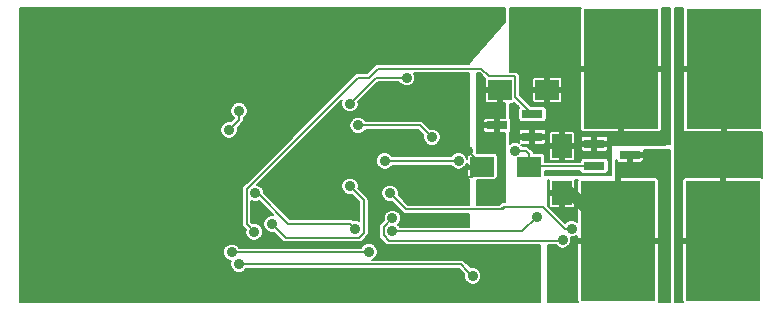
<source format=gbl>
G04 #@! TF.FileFunction,Copper,L2,Bot,Signal*
%FSLAX46Y46*%
G04 Gerber Fmt 4.6, Leading zero omitted, Abs format (unit mm)*
G04 Created by KiCad (PCBNEW (2015-01-16 BZR 5376)-product) date 3/7/2015 9:36:40 PM*
%MOMM*%
G01*
G04 APERTURE LIST*
%ADD10C,0.149860*%
%ADD11R,2.000000X1.700000*%
%ADD12R,1.700000X2.000000*%
%ADD13R,1.800860X0.800100*%
%ADD14R,6.350000X10.160000*%
%ADD15C,0.889000*%
%ADD16C,0.203200*%
%ADD17C,1.016000*%
%ADD18C,0.177800*%
G04 APERTURE END LIST*
D10*
D11*
X264700000Y-136050000D03*
X260700000Y-136050000D03*
X259200000Y-142550000D03*
X263200000Y-142550000D03*
D12*
X265950000Y-140800000D03*
X265950000Y-144800000D03*
D13*
X263451140Y-138100000D03*
X263451140Y-140000000D03*
X260448860Y-139050000D03*
X268698860Y-142500000D03*
X268698860Y-140600000D03*
X271701140Y-141550000D03*
D14*
X279590000Y-148800000D03*
X270700000Y-148800000D03*
X279640000Y-134300000D03*
X270960000Y-134300000D03*
D15*
X258000000Y-141200000D03*
X242400000Y-136800000D03*
X251000000Y-140000000D03*
X254800000Y-144200000D03*
X236400000Y-140000000D03*
X279600000Y-141800000D03*
X221800000Y-131200000D03*
X238600000Y-137800000D03*
X237770158Y-139429842D03*
X241400000Y-147400000D03*
X248000000Y-144200000D03*
X251600000Y-148000000D03*
X263800000Y-146800000D03*
X251400000Y-144800000D03*
X266800000Y-147800000D03*
X251600000Y-146907797D03*
X266000000Y-148743298D03*
X248449310Y-147800000D03*
X240000000Y-144800000D03*
X250950000Y-142050000D03*
X257200000Y-142050000D03*
X254950000Y-140050000D03*
X248700000Y-139050000D03*
X239895503Y-148055187D03*
X260400000Y-144200000D03*
X260389490Y-145399991D03*
X249600000Y-149729111D03*
X238000000Y-149800000D03*
X262000000Y-141200000D03*
X238600000Y-150800000D03*
X258400000Y-151800000D03*
X252800000Y-135000000D03*
X248000000Y-137200000D03*
D16*
X259200000Y-142550000D02*
X259950000Y-142550000D01*
X259200000Y-142400000D02*
X258000000Y-141200000D01*
X259200000Y-142550000D02*
X259200000Y-142400000D01*
X258350000Y-143400000D02*
X259200000Y-142550000D01*
X254800000Y-144200000D02*
X255600000Y-143400000D01*
X255600000Y-143400000D02*
X258350000Y-143400000D01*
X279590000Y-141810000D02*
X279600000Y-141800000D01*
X279590000Y-148800000D02*
X279590000Y-141810000D01*
X238600000Y-138600000D02*
X237770158Y-139429842D01*
X238600000Y-137800000D02*
X238600000Y-138600000D01*
X249198611Y-145398611D02*
X248000000Y-144200000D01*
X249198611Y-148159665D02*
X249198611Y-145398611D01*
X248808975Y-148549301D02*
X249198611Y-148159665D01*
X242549301Y-148549301D02*
X248808975Y-148549301D01*
X241400000Y-147400000D02*
X242549301Y-148549301D01*
X252228617Y-148000000D02*
X251600000Y-148000000D01*
X263800000Y-146800000D02*
X262600000Y-148000000D01*
X262600000Y-148000000D02*
X252228617Y-148000000D01*
X264320684Y-145949301D02*
X266171383Y-147800000D01*
X260759665Y-146149301D02*
X260959665Y-145949301D01*
X266171383Y-147800000D02*
X266800000Y-147800000D01*
X251400000Y-144800000D02*
X252749301Y-146149301D01*
X260921859Y-146149301D02*
X252749301Y-146149301D01*
X260959665Y-145949301D02*
X261121859Y-145949301D01*
X261121859Y-145949301D02*
X260921859Y-146149301D01*
X261121859Y-145949301D02*
X264320684Y-145949301D01*
X265943997Y-148799301D02*
X266000000Y-148743298D01*
X251290335Y-148799301D02*
X265943997Y-148799301D01*
X250850699Y-148359665D02*
X251290335Y-148799301D01*
X250850699Y-147657098D02*
X250850699Y-148359665D01*
X251600000Y-146907797D02*
X250850699Y-147657098D01*
X248004811Y-147355501D02*
X242755501Y-147355501D01*
X248449310Y-147800000D02*
X248004811Y-147355501D01*
X240200000Y-144800000D02*
X240000000Y-144800000D01*
X242755501Y-147355501D02*
X240200000Y-144800000D01*
X257200000Y-142050000D02*
X250950000Y-142050000D01*
X254950000Y-140050000D02*
X253950000Y-139050000D01*
X253950000Y-139050000D02*
X248700000Y-139050000D01*
X262004801Y-136653661D02*
X262004801Y-134956159D01*
X262004801Y-134956159D02*
X261943841Y-134895199D01*
X248691034Y-135000000D02*
X239250699Y-144440335D01*
X239250699Y-144440335D02*
X239250699Y-147410383D01*
X239250699Y-147410383D02*
X239895503Y-148055187D01*
X263451140Y-138100000D02*
X262004801Y-136653661D01*
X259138064Y-134250699D02*
X259782564Y-134895199D01*
X250374551Y-134250699D02*
X259138064Y-134250699D01*
X249625250Y-135000000D02*
X250374551Y-134250699D01*
X248691034Y-135000000D02*
X249625250Y-135000000D01*
X261943841Y-134895199D02*
X259782564Y-134895199D01*
X263250000Y-142500000D02*
X263200000Y-142550000D01*
X268698860Y-142500000D02*
X263250000Y-142500000D01*
X249529111Y-149800000D02*
X249600000Y-149729111D01*
X238000000Y-149800000D02*
X249529111Y-149800000D01*
X262903200Y-141200000D02*
X262628617Y-141200000D01*
X263200000Y-142550000D02*
X263200000Y-141496800D01*
X262628617Y-141200000D02*
X262000000Y-141200000D01*
X263200000Y-141496800D02*
X262903200Y-141200000D01*
D17*
X266700000Y-144800000D02*
X270700000Y-148800000D01*
X265950000Y-144800000D02*
X266700000Y-144800000D01*
D16*
X257955501Y-151355501D02*
X258400000Y-151800000D01*
X238600000Y-150800000D02*
X257400000Y-150800000D01*
X257400000Y-150800000D02*
X257955501Y-151355501D01*
X250200000Y-135000000D02*
X248000000Y-137200000D01*
X252800000Y-135000000D02*
X250200000Y-135000000D01*
D18*
G36*
X282861100Y-143471132D02*
X282818050Y-143453300D01*
X279821775Y-143453300D01*
X279755100Y-143519975D01*
X279755100Y-148634900D01*
X279775100Y-148634900D01*
X279775100Y-148965100D01*
X279755100Y-148965100D01*
X279755100Y-148985100D01*
X279474900Y-148985100D01*
X279474900Y-139580025D01*
X279474900Y-134465100D01*
X276264975Y-134465100D01*
X276198300Y-134531775D01*
X276198300Y-139326950D01*
X276198300Y-139433050D01*
X276238903Y-139531073D01*
X276313927Y-139606097D01*
X276411950Y-139646700D01*
X279408225Y-139646700D01*
X279474900Y-139580025D01*
X279474900Y-148985100D01*
X279424900Y-148985100D01*
X279424900Y-148965100D01*
X279424900Y-148634900D01*
X279424900Y-143519975D01*
X279358225Y-143453300D01*
X276361950Y-143453300D01*
X276263927Y-143493903D01*
X276188903Y-143568927D01*
X276148300Y-143666950D01*
X276148300Y-143773050D01*
X276148300Y-148568225D01*
X276214975Y-148634900D01*
X279424900Y-148634900D01*
X279424900Y-148965100D01*
X276214975Y-148965100D01*
X276148300Y-149031775D01*
X276148300Y-153826950D01*
X276148300Y-153933050D01*
X276159918Y-153961100D01*
X275538900Y-153961100D01*
X275538900Y-129138900D01*
X276209918Y-129138900D01*
X276198300Y-129166950D01*
X276198300Y-129273050D01*
X276198300Y-134068225D01*
X276264975Y-134134900D01*
X279474900Y-134134900D01*
X279474900Y-134114900D01*
X279805100Y-134114900D01*
X279805100Y-134134900D01*
X279825100Y-134134900D01*
X279825100Y-134465100D01*
X279805100Y-134465100D01*
X279805100Y-139580025D01*
X279871775Y-139646700D01*
X282861100Y-139646700D01*
X282861100Y-143471132D01*
X282861100Y-143471132D01*
G37*
X282861100Y-143471132D02*
X282818050Y-143453300D01*
X279821775Y-143453300D01*
X279755100Y-143519975D01*
X279755100Y-148634900D01*
X279775100Y-148634900D01*
X279775100Y-148965100D01*
X279755100Y-148965100D01*
X279755100Y-148985100D01*
X279474900Y-148985100D01*
X279474900Y-139580025D01*
X279474900Y-134465100D01*
X276264975Y-134465100D01*
X276198300Y-134531775D01*
X276198300Y-139326950D01*
X276198300Y-139433050D01*
X276238903Y-139531073D01*
X276313927Y-139606097D01*
X276411950Y-139646700D01*
X279408225Y-139646700D01*
X279474900Y-139580025D01*
X279474900Y-148985100D01*
X279424900Y-148985100D01*
X279424900Y-148965100D01*
X279424900Y-148634900D01*
X279424900Y-143519975D01*
X279358225Y-143453300D01*
X276361950Y-143453300D01*
X276263927Y-143493903D01*
X276188903Y-143568927D01*
X276148300Y-143666950D01*
X276148300Y-143773050D01*
X276148300Y-148568225D01*
X276214975Y-148634900D01*
X279424900Y-148634900D01*
X279424900Y-148965100D01*
X276214975Y-148965100D01*
X276148300Y-149031775D01*
X276148300Y-153826950D01*
X276148300Y-153933050D01*
X276159918Y-153961100D01*
X275538900Y-153961100D01*
X275538900Y-129138900D01*
X276209918Y-129138900D01*
X276198300Y-129166950D01*
X276198300Y-129273050D01*
X276198300Y-134068225D01*
X276264975Y-134134900D01*
X279474900Y-134134900D01*
X279474900Y-134114900D01*
X279805100Y-134114900D01*
X279805100Y-134134900D01*
X279825100Y-134134900D01*
X279825100Y-134465100D01*
X279805100Y-134465100D01*
X279805100Y-139580025D01*
X279871775Y-139646700D01*
X282861100Y-139646700D01*
X282861100Y-143471132D01*
G36*
X275111100Y-140661985D02*
X274401700Y-140669079D01*
X274401700Y-139433050D01*
X274401700Y-139326950D01*
X274401700Y-134531775D01*
X274335025Y-134465100D01*
X271125100Y-134465100D01*
X271125100Y-139580025D01*
X271191775Y-139646700D01*
X274188050Y-139646700D01*
X274286073Y-139606097D01*
X274361097Y-139531073D01*
X274401700Y-139433050D01*
X274401700Y-140669079D01*
X270794900Y-140705147D01*
X270794900Y-139580025D01*
X270794900Y-134465100D01*
X267584975Y-134465100D01*
X267518300Y-134531775D01*
X267518300Y-139326950D01*
X267518300Y-139433050D01*
X267558903Y-139531073D01*
X267633927Y-139606097D01*
X267731950Y-139646700D01*
X270728225Y-139646700D01*
X270794900Y-139580025D01*
X270794900Y-140705147D01*
X270111100Y-140711985D01*
X270111100Y-141750000D01*
X270111100Y-143211100D01*
X264497823Y-143211100D01*
X264497823Y-142893700D01*
X267500607Y-142893700D01*
X267500607Y-142900050D01*
X267522217Y-143011427D01*
X267586520Y-143109317D01*
X267683595Y-143174843D01*
X267798430Y-143197873D01*
X269599290Y-143197873D01*
X269710667Y-143176263D01*
X269808557Y-143111960D01*
X269874083Y-143014885D01*
X269897113Y-142900050D01*
X269897113Y-142099950D01*
X269875503Y-141988573D01*
X269865990Y-141974091D01*
X269865990Y-141053100D01*
X269865990Y-140831775D01*
X269865990Y-140368225D01*
X269865990Y-140146900D01*
X269825387Y-140048877D01*
X269750363Y-139973853D01*
X269652340Y-139933250D01*
X269546240Y-139933250D01*
X268930635Y-139933250D01*
X268863960Y-139999925D01*
X268863960Y-140434900D01*
X269799315Y-140434900D01*
X269865990Y-140368225D01*
X269865990Y-140831775D01*
X269799315Y-140765100D01*
X268863960Y-140765100D01*
X268863960Y-141200075D01*
X268930635Y-141266750D01*
X269546240Y-141266750D01*
X269652340Y-141266750D01*
X269750363Y-141226147D01*
X269825387Y-141151123D01*
X269865990Y-141053100D01*
X269865990Y-141974091D01*
X269811200Y-141890683D01*
X269714125Y-141825157D01*
X269599290Y-141802127D01*
X268533760Y-141802127D01*
X268533760Y-141200075D01*
X268533760Y-140765100D01*
X268533760Y-140434900D01*
X268533760Y-139999925D01*
X268467085Y-139933250D01*
X267851480Y-139933250D01*
X267745380Y-139933250D01*
X267647357Y-139973853D01*
X267572333Y-140048877D01*
X267531730Y-140146900D01*
X267531730Y-140368225D01*
X267598405Y-140434900D01*
X268533760Y-140434900D01*
X268533760Y-140765100D01*
X267598405Y-140765100D01*
X267531730Y-140831775D01*
X267531730Y-141053100D01*
X267572333Y-141151123D01*
X267647357Y-141226147D01*
X267745380Y-141266750D01*
X267851480Y-141266750D01*
X268467085Y-141266750D01*
X268533760Y-141200075D01*
X268533760Y-141802127D01*
X267798430Y-141802127D01*
X267687053Y-141823737D01*
X267589163Y-141888040D01*
X267523637Y-141985115D01*
X267500607Y-142099950D01*
X267500607Y-142106300D01*
X267066700Y-142106300D01*
X267066700Y-141853050D01*
X267066700Y-141031775D01*
X267066700Y-140568225D01*
X267066700Y-139746950D01*
X267026097Y-139648927D01*
X266951073Y-139573903D01*
X266853050Y-139533300D01*
X266746950Y-139533300D01*
X266181775Y-139533300D01*
X266115100Y-139599975D01*
X266115100Y-140634900D01*
X267000025Y-140634900D01*
X267066700Y-140568225D01*
X267066700Y-141031775D01*
X267000025Y-140965100D01*
X266115100Y-140965100D01*
X266115100Y-142000025D01*
X266181775Y-142066700D01*
X266746950Y-142066700D01*
X266853050Y-142066700D01*
X266951073Y-142026097D01*
X267026097Y-141951073D01*
X267066700Y-141853050D01*
X267066700Y-142106300D01*
X265966700Y-142106300D01*
X265966700Y-136953050D01*
X265966700Y-136846950D01*
X265966700Y-136281775D01*
X265966700Y-135818225D01*
X265966700Y-135253050D01*
X265966700Y-135146950D01*
X265926097Y-135048927D01*
X265851073Y-134973903D01*
X265753050Y-134933300D01*
X264931775Y-134933300D01*
X264865100Y-134999975D01*
X264865100Y-135884900D01*
X265900025Y-135884900D01*
X265966700Y-135818225D01*
X265966700Y-136281775D01*
X265900025Y-136215100D01*
X264865100Y-136215100D01*
X264865100Y-137100025D01*
X264931775Y-137166700D01*
X265753050Y-137166700D01*
X265851073Y-137126097D01*
X265926097Y-137051073D01*
X265966700Y-136953050D01*
X265966700Y-142106300D01*
X265784900Y-142106300D01*
X265784900Y-142000025D01*
X265784900Y-140965100D01*
X265784900Y-140634900D01*
X265784900Y-139599975D01*
X265718225Y-139533300D01*
X265153050Y-139533300D01*
X265046950Y-139533300D01*
X264948927Y-139573903D01*
X264873903Y-139648927D01*
X264833300Y-139746950D01*
X264833300Y-140568225D01*
X264899975Y-140634900D01*
X265784900Y-140634900D01*
X265784900Y-140965100D01*
X264899975Y-140965100D01*
X264833300Y-141031775D01*
X264833300Y-141853050D01*
X264873903Y-141951073D01*
X264948927Y-142026097D01*
X265046950Y-142066700D01*
X265153050Y-142066700D01*
X265718225Y-142066700D01*
X265784900Y-142000025D01*
X265784900Y-142106300D01*
X264618270Y-142106300D01*
X264618270Y-140453100D01*
X264618270Y-140231775D01*
X264618270Y-139768225D01*
X264618270Y-139546900D01*
X264577667Y-139448877D01*
X264502643Y-139373853D01*
X264404620Y-139333250D01*
X264298520Y-139333250D01*
X263682915Y-139333250D01*
X263616240Y-139399925D01*
X263616240Y-139834900D01*
X264551595Y-139834900D01*
X264618270Y-139768225D01*
X264618270Y-140231775D01*
X264551595Y-140165100D01*
X263616240Y-140165100D01*
X263616240Y-140600075D01*
X263682915Y-140666750D01*
X264298520Y-140666750D01*
X264404620Y-140666750D01*
X264502643Y-140626147D01*
X264577667Y-140551123D01*
X264618270Y-140453100D01*
X264618270Y-142106300D01*
X264497823Y-142106300D01*
X264497823Y-141700000D01*
X264476213Y-141588623D01*
X264411910Y-141490733D01*
X264314835Y-141425207D01*
X264200000Y-141402177D01*
X263574878Y-141402177D01*
X263563731Y-141346138D01*
X263478388Y-141218412D01*
X263181588Y-140921612D01*
X263053863Y-140836269D01*
X262903200Y-140806300D01*
X262634328Y-140806300D01*
X262624823Y-140783295D01*
X262508481Y-140666750D01*
X262603760Y-140666750D01*
X263219365Y-140666750D01*
X263286040Y-140600075D01*
X263286040Y-140165100D01*
X263286040Y-139834900D01*
X263286040Y-139399925D01*
X263219365Y-139333250D01*
X262603760Y-139333250D01*
X262497660Y-139333250D01*
X262399637Y-139373853D01*
X262324613Y-139448877D01*
X262284010Y-139546900D01*
X262284010Y-139768225D01*
X262350685Y-139834900D01*
X263286040Y-139834900D01*
X263286040Y-140165100D01*
X262350685Y-140165100D01*
X262284010Y-140231775D01*
X262284010Y-140453100D01*
X262317653Y-140534322D01*
X262147162Y-140463528D01*
X261854124Y-140463272D01*
X261583295Y-140575177D01*
X261538900Y-140619494D01*
X261538900Y-139674872D01*
X261558557Y-139661960D01*
X261624083Y-139564885D01*
X261647113Y-139450050D01*
X261647113Y-138649950D01*
X261625503Y-138538573D01*
X261561200Y-138440683D01*
X261538900Y-138425630D01*
X261538900Y-137197823D01*
X261700000Y-137197823D01*
X261811377Y-137176213D01*
X261907460Y-137113096D01*
X262317651Y-137523287D01*
X262275917Y-137585115D01*
X262252887Y-137699950D01*
X262252887Y-138500050D01*
X262274497Y-138611427D01*
X262338800Y-138709317D01*
X262435875Y-138774843D01*
X262550710Y-138797873D01*
X264351570Y-138797873D01*
X264462947Y-138776263D01*
X264560837Y-138711960D01*
X264626363Y-138614885D01*
X264649393Y-138500050D01*
X264649393Y-137699950D01*
X264627783Y-137588573D01*
X264563480Y-137490683D01*
X264534900Y-137471391D01*
X264534900Y-137100025D01*
X264534900Y-136215100D01*
X264534900Y-135884900D01*
X264534900Y-134999975D01*
X264468225Y-134933300D01*
X263646950Y-134933300D01*
X263548927Y-134973903D01*
X263473903Y-135048927D01*
X263433300Y-135146950D01*
X263433300Y-135253050D01*
X263433300Y-135818225D01*
X263499975Y-135884900D01*
X264534900Y-135884900D01*
X264534900Y-136215100D01*
X263499975Y-136215100D01*
X263433300Y-136281775D01*
X263433300Y-136846950D01*
X263433300Y-136953050D01*
X263473903Y-137051073D01*
X263548927Y-137126097D01*
X263646950Y-137166700D01*
X264468225Y-137166700D01*
X264534900Y-137100025D01*
X264534900Y-137471391D01*
X264466405Y-137425157D01*
X264351570Y-137402127D01*
X263310043Y-137402127D01*
X262398501Y-136490585D01*
X262398501Y-134956159D01*
X262368532Y-134805497D01*
X262368531Y-134805496D01*
X262283189Y-134677771D01*
X262222229Y-134616811D01*
X262094504Y-134531468D01*
X261943841Y-134501499D01*
X261538900Y-134501499D01*
X261538900Y-129138900D01*
X267450000Y-129138900D01*
X267529918Y-129138900D01*
X267518300Y-129166950D01*
X267518300Y-129273050D01*
X267518300Y-134068225D01*
X267584975Y-134134900D01*
X270794900Y-134134900D01*
X270794900Y-134114900D01*
X271125100Y-134114900D01*
X271125100Y-134134900D01*
X274335025Y-134134900D01*
X274401700Y-134068225D01*
X274401700Y-129273050D01*
X274401700Y-129166950D01*
X274390081Y-129138900D01*
X275111100Y-129138900D01*
X275111100Y-140661985D01*
X275111100Y-140661985D01*
G37*
X275111100Y-140661985D02*
X274401700Y-140669079D01*
X274401700Y-139433050D01*
X274401700Y-139326950D01*
X274401700Y-134531775D01*
X274335025Y-134465100D01*
X271125100Y-134465100D01*
X271125100Y-139580025D01*
X271191775Y-139646700D01*
X274188050Y-139646700D01*
X274286073Y-139606097D01*
X274361097Y-139531073D01*
X274401700Y-139433050D01*
X274401700Y-140669079D01*
X270794900Y-140705147D01*
X270794900Y-139580025D01*
X270794900Y-134465100D01*
X267584975Y-134465100D01*
X267518300Y-134531775D01*
X267518300Y-139326950D01*
X267518300Y-139433050D01*
X267558903Y-139531073D01*
X267633927Y-139606097D01*
X267731950Y-139646700D01*
X270728225Y-139646700D01*
X270794900Y-139580025D01*
X270794900Y-140705147D01*
X270111100Y-140711985D01*
X270111100Y-141750000D01*
X270111100Y-143211100D01*
X264497823Y-143211100D01*
X264497823Y-142893700D01*
X267500607Y-142893700D01*
X267500607Y-142900050D01*
X267522217Y-143011427D01*
X267586520Y-143109317D01*
X267683595Y-143174843D01*
X267798430Y-143197873D01*
X269599290Y-143197873D01*
X269710667Y-143176263D01*
X269808557Y-143111960D01*
X269874083Y-143014885D01*
X269897113Y-142900050D01*
X269897113Y-142099950D01*
X269875503Y-141988573D01*
X269865990Y-141974091D01*
X269865990Y-141053100D01*
X269865990Y-140831775D01*
X269865990Y-140368225D01*
X269865990Y-140146900D01*
X269825387Y-140048877D01*
X269750363Y-139973853D01*
X269652340Y-139933250D01*
X269546240Y-139933250D01*
X268930635Y-139933250D01*
X268863960Y-139999925D01*
X268863960Y-140434900D01*
X269799315Y-140434900D01*
X269865990Y-140368225D01*
X269865990Y-140831775D01*
X269799315Y-140765100D01*
X268863960Y-140765100D01*
X268863960Y-141200075D01*
X268930635Y-141266750D01*
X269546240Y-141266750D01*
X269652340Y-141266750D01*
X269750363Y-141226147D01*
X269825387Y-141151123D01*
X269865990Y-141053100D01*
X269865990Y-141974091D01*
X269811200Y-141890683D01*
X269714125Y-141825157D01*
X269599290Y-141802127D01*
X268533760Y-141802127D01*
X268533760Y-141200075D01*
X268533760Y-140765100D01*
X268533760Y-140434900D01*
X268533760Y-139999925D01*
X268467085Y-139933250D01*
X267851480Y-139933250D01*
X267745380Y-139933250D01*
X267647357Y-139973853D01*
X267572333Y-140048877D01*
X267531730Y-140146900D01*
X267531730Y-140368225D01*
X267598405Y-140434900D01*
X268533760Y-140434900D01*
X268533760Y-140765100D01*
X267598405Y-140765100D01*
X267531730Y-140831775D01*
X267531730Y-141053100D01*
X267572333Y-141151123D01*
X267647357Y-141226147D01*
X267745380Y-141266750D01*
X267851480Y-141266750D01*
X268467085Y-141266750D01*
X268533760Y-141200075D01*
X268533760Y-141802127D01*
X267798430Y-141802127D01*
X267687053Y-141823737D01*
X267589163Y-141888040D01*
X267523637Y-141985115D01*
X267500607Y-142099950D01*
X267500607Y-142106300D01*
X267066700Y-142106300D01*
X267066700Y-141853050D01*
X267066700Y-141031775D01*
X267066700Y-140568225D01*
X267066700Y-139746950D01*
X267026097Y-139648927D01*
X266951073Y-139573903D01*
X266853050Y-139533300D01*
X266746950Y-139533300D01*
X266181775Y-139533300D01*
X266115100Y-139599975D01*
X266115100Y-140634900D01*
X267000025Y-140634900D01*
X267066700Y-140568225D01*
X267066700Y-141031775D01*
X267000025Y-140965100D01*
X266115100Y-140965100D01*
X266115100Y-142000025D01*
X266181775Y-142066700D01*
X266746950Y-142066700D01*
X266853050Y-142066700D01*
X266951073Y-142026097D01*
X267026097Y-141951073D01*
X267066700Y-141853050D01*
X267066700Y-142106300D01*
X265966700Y-142106300D01*
X265966700Y-136953050D01*
X265966700Y-136846950D01*
X265966700Y-136281775D01*
X265966700Y-135818225D01*
X265966700Y-135253050D01*
X265966700Y-135146950D01*
X265926097Y-135048927D01*
X265851073Y-134973903D01*
X265753050Y-134933300D01*
X264931775Y-134933300D01*
X264865100Y-134999975D01*
X264865100Y-135884900D01*
X265900025Y-135884900D01*
X265966700Y-135818225D01*
X265966700Y-136281775D01*
X265900025Y-136215100D01*
X264865100Y-136215100D01*
X264865100Y-137100025D01*
X264931775Y-137166700D01*
X265753050Y-137166700D01*
X265851073Y-137126097D01*
X265926097Y-137051073D01*
X265966700Y-136953050D01*
X265966700Y-142106300D01*
X265784900Y-142106300D01*
X265784900Y-142000025D01*
X265784900Y-140965100D01*
X265784900Y-140634900D01*
X265784900Y-139599975D01*
X265718225Y-139533300D01*
X265153050Y-139533300D01*
X265046950Y-139533300D01*
X264948927Y-139573903D01*
X264873903Y-139648927D01*
X264833300Y-139746950D01*
X264833300Y-140568225D01*
X264899975Y-140634900D01*
X265784900Y-140634900D01*
X265784900Y-140965100D01*
X264899975Y-140965100D01*
X264833300Y-141031775D01*
X264833300Y-141853050D01*
X264873903Y-141951073D01*
X264948927Y-142026097D01*
X265046950Y-142066700D01*
X265153050Y-142066700D01*
X265718225Y-142066700D01*
X265784900Y-142000025D01*
X265784900Y-142106300D01*
X264618270Y-142106300D01*
X264618270Y-140453100D01*
X264618270Y-140231775D01*
X264618270Y-139768225D01*
X264618270Y-139546900D01*
X264577667Y-139448877D01*
X264502643Y-139373853D01*
X264404620Y-139333250D01*
X264298520Y-139333250D01*
X263682915Y-139333250D01*
X263616240Y-139399925D01*
X263616240Y-139834900D01*
X264551595Y-139834900D01*
X264618270Y-139768225D01*
X264618270Y-140231775D01*
X264551595Y-140165100D01*
X263616240Y-140165100D01*
X263616240Y-140600075D01*
X263682915Y-140666750D01*
X264298520Y-140666750D01*
X264404620Y-140666750D01*
X264502643Y-140626147D01*
X264577667Y-140551123D01*
X264618270Y-140453100D01*
X264618270Y-142106300D01*
X264497823Y-142106300D01*
X264497823Y-141700000D01*
X264476213Y-141588623D01*
X264411910Y-141490733D01*
X264314835Y-141425207D01*
X264200000Y-141402177D01*
X263574878Y-141402177D01*
X263563731Y-141346138D01*
X263478388Y-141218412D01*
X263181588Y-140921612D01*
X263053863Y-140836269D01*
X262903200Y-140806300D01*
X262634328Y-140806300D01*
X262624823Y-140783295D01*
X262508481Y-140666750D01*
X262603760Y-140666750D01*
X263219365Y-140666750D01*
X263286040Y-140600075D01*
X263286040Y-140165100D01*
X263286040Y-139834900D01*
X263286040Y-139399925D01*
X263219365Y-139333250D01*
X262603760Y-139333250D01*
X262497660Y-139333250D01*
X262399637Y-139373853D01*
X262324613Y-139448877D01*
X262284010Y-139546900D01*
X262284010Y-139768225D01*
X262350685Y-139834900D01*
X263286040Y-139834900D01*
X263286040Y-140165100D01*
X262350685Y-140165100D01*
X262284010Y-140231775D01*
X262284010Y-140453100D01*
X262317653Y-140534322D01*
X262147162Y-140463528D01*
X261854124Y-140463272D01*
X261583295Y-140575177D01*
X261538900Y-140619494D01*
X261538900Y-139674872D01*
X261558557Y-139661960D01*
X261624083Y-139564885D01*
X261647113Y-139450050D01*
X261647113Y-138649950D01*
X261625503Y-138538573D01*
X261561200Y-138440683D01*
X261538900Y-138425630D01*
X261538900Y-137197823D01*
X261700000Y-137197823D01*
X261811377Y-137176213D01*
X261907460Y-137113096D01*
X262317651Y-137523287D01*
X262275917Y-137585115D01*
X262252887Y-137699950D01*
X262252887Y-138500050D01*
X262274497Y-138611427D01*
X262338800Y-138709317D01*
X262435875Y-138774843D01*
X262550710Y-138797873D01*
X264351570Y-138797873D01*
X264462947Y-138776263D01*
X264560837Y-138711960D01*
X264626363Y-138614885D01*
X264649393Y-138500050D01*
X264649393Y-137699950D01*
X264627783Y-137588573D01*
X264563480Y-137490683D01*
X264534900Y-137471391D01*
X264534900Y-137100025D01*
X264534900Y-136215100D01*
X264534900Y-135884900D01*
X264534900Y-134999975D01*
X264468225Y-134933300D01*
X263646950Y-134933300D01*
X263548927Y-134973903D01*
X263473903Y-135048927D01*
X263433300Y-135146950D01*
X263433300Y-135253050D01*
X263433300Y-135818225D01*
X263499975Y-135884900D01*
X264534900Y-135884900D01*
X264534900Y-136215100D01*
X263499975Y-136215100D01*
X263433300Y-136281775D01*
X263433300Y-136846950D01*
X263433300Y-136953050D01*
X263473903Y-137051073D01*
X263548927Y-137126097D01*
X263646950Y-137166700D01*
X264468225Y-137166700D01*
X264534900Y-137100025D01*
X264534900Y-137471391D01*
X264466405Y-137425157D01*
X264351570Y-137402127D01*
X263310043Y-137402127D01*
X262398501Y-136490585D01*
X262398501Y-134956159D01*
X262368532Y-134805497D01*
X262368531Y-134805496D01*
X262283189Y-134677771D01*
X262222229Y-134616811D01*
X262094504Y-134531468D01*
X261943841Y-134501499D01*
X261538900Y-134501499D01*
X261538900Y-129138900D01*
X267450000Y-129138900D01*
X267529918Y-129138900D01*
X267518300Y-129166950D01*
X267518300Y-129273050D01*
X267518300Y-134068225D01*
X267584975Y-134134900D01*
X270794900Y-134134900D01*
X270794900Y-134114900D01*
X271125100Y-134114900D01*
X271125100Y-134134900D01*
X274335025Y-134134900D01*
X274401700Y-134068225D01*
X274401700Y-129273050D01*
X274401700Y-129166950D01*
X274390081Y-129138900D01*
X275111100Y-129138900D01*
X275111100Y-140661985D01*
G36*
X267269918Y-143638900D02*
X267258300Y-143666950D01*
X267258300Y-143773050D01*
X267258300Y-147216480D01*
X267217795Y-147175905D01*
X267066700Y-147113164D01*
X267066700Y-145853050D01*
X267066700Y-145031775D01*
X267000025Y-144965100D01*
X266115100Y-144965100D01*
X266115100Y-146000025D01*
X266181775Y-146066700D01*
X266746950Y-146066700D01*
X266853050Y-146066700D01*
X266951073Y-146026097D01*
X267026097Y-145951073D01*
X267066700Y-145853050D01*
X267066700Y-147113164D01*
X266947162Y-147063528D01*
X266654124Y-147063272D01*
X266383295Y-147175177D01*
X266243193Y-147315034D01*
X264958024Y-146029865D01*
X265046950Y-146066700D01*
X265153050Y-146066700D01*
X265718225Y-146066700D01*
X265784900Y-146000025D01*
X265784900Y-144965100D01*
X264899975Y-144965100D01*
X264833300Y-145031775D01*
X264833300Y-145853050D01*
X264870134Y-145941975D01*
X264788900Y-145860741D01*
X264788900Y-143638900D01*
X264883930Y-143638900D01*
X264873903Y-143648927D01*
X264833300Y-143746950D01*
X264833300Y-144568225D01*
X264899975Y-144634900D01*
X265784900Y-144634900D01*
X265784900Y-144614900D01*
X266115100Y-144614900D01*
X266115100Y-144634900D01*
X267000025Y-144634900D01*
X267066700Y-144568225D01*
X267066700Y-143746950D01*
X267026097Y-143648927D01*
X267016070Y-143638900D01*
X267269918Y-143638900D01*
X267269918Y-143638900D01*
G37*
X267269918Y-143638900D02*
X267258300Y-143666950D01*
X267258300Y-143773050D01*
X267258300Y-147216480D01*
X267217795Y-147175905D01*
X267066700Y-147113164D01*
X267066700Y-145853050D01*
X267066700Y-145031775D01*
X267000025Y-144965100D01*
X266115100Y-144965100D01*
X266115100Y-146000025D01*
X266181775Y-146066700D01*
X266746950Y-146066700D01*
X266853050Y-146066700D01*
X266951073Y-146026097D01*
X267026097Y-145951073D01*
X267066700Y-145853050D01*
X267066700Y-147113164D01*
X266947162Y-147063528D01*
X266654124Y-147063272D01*
X266383295Y-147175177D01*
X266243193Y-147315034D01*
X264958024Y-146029865D01*
X265046950Y-146066700D01*
X265153050Y-146066700D01*
X265718225Y-146066700D01*
X265784900Y-146000025D01*
X265784900Y-144965100D01*
X264899975Y-144965100D01*
X264833300Y-145031775D01*
X264833300Y-145853050D01*
X264870134Y-145941975D01*
X264788900Y-145860741D01*
X264788900Y-143638900D01*
X264883930Y-143638900D01*
X264873903Y-143648927D01*
X264833300Y-143746950D01*
X264833300Y-144568225D01*
X264899975Y-144634900D01*
X265784900Y-144634900D01*
X265784900Y-144614900D01*
X266115100Y-144614900D01*
X266115100Y-144634900D01*
X267000025Y-144634900D01*
X267066700Y-144568225D01*
X267066700Y-143746950D01*
X267026097Y-143648927D01*
X267016070Y-143638900D01*
X267269918Y-143638900D01*
G36*
X275111100Y-153961100D02*
X274130081Y-153961100D01*
X274141700Y-153933050D01*
X274141700Y-153826950D01*
X274141700Y-149031775D01*
X274141700Y-148568225D01*
X274141700Y-143773050D01*
X274141700Y-143666950D01*
X274101097Y-143568927D01*
X274026073Y-143493903D01*
X273928050Y-143453300D01*
X272868270Y-143453300D01*
X272868270Y-142003100D01*
X272868270Y-141781775D01*
X272801595Y-141715100D01*
X271866240Y-141715100D01*
X271866240Y-142150075D01*
X271932915Y-142216750D01*
X272548520Y-142216750D01*
X272654620Y-142216750D01*
X272752643Y-142176147D01*
X272827667Y-142101123D01*
X272868270Y-142003100D01*
X272868270Y-143453300D01*
X270931775Y-143453300D01*
X270865100Y-143519975D01*
X270865100Y-148634900D01*
X274075025Y-148634900D01*
X274141700Y-148568225D01*
X274141700Y-149031775D01*
X274075025Y-148965100D01*
X270865100Y-148965100D01*
X270865100Y-148985100D01*
X270534900Y-148985100D01*
X270534900Y-148965100D01*
X267324975Y-148965100D01*
X267258300Y-149031775D01*
X267258300Y-153826950D01*
X267258300Y-153933050D01*
X267269918Y-153961100D01*
X264788900Y-153961100D01*
X264788900Y-149193001D01*
X265408117Y-149193001D01*
X265582205Y-149367393D01*
X265852838Y-149479770D01*
X266145876Y-149480026D01*
X266416705Y-149368121D01*
X266624095Y-149161093D01*
X266736472Y-148890460D01*
X266736728Y-148597422D01*
X266711565Y-148536523D01*
X266945876Y-148536728D01*
X267216705Y-148424823D01*
X267258300Y-148383300D01*
X267258300Y-148568225D01*
X267324975Y-148634900D01*
X270534900Y-148634900D01*
X270534900Y-143638900D01*
X270538900Y-143638900D01*
X270538900Y-142014905D01*
X270574613Y-142101123D01*
X270649637Y-142176147D01*
X270747660Y-142216750D01*
X270853760Y-142216750D01*
X271469365Y-142216750D01*
X271536040Y-142150075D01*
X271536040Y-141715100D01*
X271516040Y-141715100D01*
X271516040Y-141384900D01*
X271536040Y-141384900D01*
X271536040Y-141364900D01*
X271866240Y-141364900D01*
X271866240Y-141384900D01*
X272801595Y-141384900D01*
X272868270Y-141318225D01*
X272868270Y-141096900D01*
X272864956Y-141088900D01*
X275111100Y-141088900D01*
X275111100Y-153961100D01*
X275111100Y-153961100D01*
G37*
X275111100Y-153961100D02*
X274130081Y-153961100D01*
X274141700Y-153933050D01*
X274141700Y-153826950D01*
X274141700Y-149031775D01*
X274141700Y-148568225D01*
X274141700Y-143773050D01*
X274141700Y-143666950D01*
X274101097Y-143568927D01*
X274026073Y-143493903D01*
X273928050Y-143453300D01*
X272868270Y-143453300D01*
X272868270Y-142003100D01*
X272868270Y-141781775D01*
X272801595Y-141715100D01*
X271866240Y-141715100D01*
X271866240Y-142150075D01*
X271932915Y-142216750D01*
X272548520Y-142216750D01*
X272654620Y-142216750D01*
X272752643Y-142176147D01*
X272827667Y-142101123D01*
X272868270Y-142003100D01*
X272868270Y-143453300D01*
X270931775Y-143453300D01*
X270865100Y-143519975D01*
X270865100Y-148634900D01*
X274075025Y-148634900D01*
X274141700Y-148568225D01*
X274141700Y-149031775D01*
X274075025Y-148965100D01*
X270865100Y-148965100D01*
X270865100Y-148985100D01*
X270534900Y-148985100D01*
X270534900Y-148965100D01*
X267324975Y-148965100D01*
X267258300Y-149031775D01*
X267258300Y-153826950D01*
X267258300Y-153933050D01*
X267269918Y-153961100D01*
X264788900Y-153961100D01*
X264788900Y-149193001D01*
X265408117Y-149193001D01*
X265582205Y-149367393D01*
X265852838Y-149479770D01*
X266145876Y-149480026D01*
X266416705Y-149368121D01*
X266624095Y-149161093D01*
X266736472Y-148890460D01*
X266736728Y-148597422D01*
X266711565Y-148536523D01*
X266945876Y-148536728D01*
X267216705Y-148424823D01*
X267258300Y-148383300D01*
X267258300Y-148568225D01*
X267324975Y-148634900D01*
X270534900Y-148634900D01*
X270534900Y-143638900D01*
X270538900Y-143638900D01*
X270538900Y-142014905D01*
X270574613Y-142101123D01*
X270649637Y-142176147D01*
X270747660Y-142216750D01*
X270853760Y-142216750D01*
X271469365Y-142216750D01*
X271536040Y-142150075D01*
X271536040Y-141715100D01*
X271516040Y-141715100D01*
X271516040Y-141384900D01*
X271536040Y-141384900D01*
X271536040Y-141364900D01*
X271866240Y-141364900D01*
X271866240Y-141384900D01*
X272801595Y-141384900D01*
X272868270Y-141318225D01*
X272868270Y-141096900D01*
X272864956Y-141088900D01*
X275111100Y-141088900D01*
X275111100Y-153961100D01*
G36*
X261111100Y-145555601D02*
X260959665Y-145555601D01*
X260809003Y-145585570D01*
X260681277Y-145670913D01*
X260596589Y-145755601D01*
X260534900Y-145755601D01*
X260534900Y-137100025D01*
X260534900Y-136215100D01*
X259499975Y-136215100D01*
X259433300Y-136281775D01*
X259433300Y-136846950D01*
X259433300Y-136953050D01*
X259473903Y-137051073D01*
X259548927Y-137126097D01*
X259646950Y-137166700D01*
X260468225Y-137166700D01*
X260534900Y-137100025D01*
X260534900Y-145755601D01*
X258788900Y-145755601D01*
X258788900Y-143697823D01*
X260200000Y-143697823D01*
X260311377Y-143676213D01*
X260409267Y-143611910D01*
X260474793Y-143514835D01*
X260497823Y-143400000D01*
X260497823Y-141700000D01*
X260476213Y-141588623D01*
X260411910Y-141490733D01*
X260314835Y-141425207D01*
X260283760Y-141418974D01*
X260283760Y-139650075D01*
X260283760Y-139215100D01*
X260283760Y-138884900D01*
X260283760Y-138449925D01*
X260217085Y-138383250D01*
X259601480Y-138383250D01*
X259495380Y-138383250D01*
X259397357Y-138423853D01*
X259322333Y-138498877D01*
X259281730Y-138596900D01*
X259281730Y-138818225D01*
X259348405Y-138884900D01*
X260283760Y-138884900D01*
X260283760Y-139215100D01*
X259348405Y-139215100D01*
X259281730Y-139281775D01*
X259281730Y-139503100D01*
X259322333Y-139601123D01*
X259397357Y-139676147D01*
X259495380Y-139716750D01*
X259601480Y-139716750D01*
X260217085Y-139716750D01*
X260283760Y-139650075D01*
X260283760Y-141418974D01*
X260200000Y-141402177D01*
X258788900Y-141402177D01*
X258788900Y-134644399D01*
X258974987Y-134644399D01*
X259446257Y-135115668D01*
X259433300Y-135146950D01*
X259433300Y-135253050D01*
X259433300Y-135818225D01*
X259499975Y-135884900D01*
X260534900Y-135884900D01*
X260534900Y-135864900D01*
X260865100Y-135864900D01*
X260865100Y-135884900D01*
X260885100Y-135884900D01*
X260885100Y-136215100D01*
X260865100Y-136215100D01*
X260865100Y-137100025D01*
X260931775Y-137166700D01*
X261111100Y-137166700D01*
X261111100Y-138383250D01*
X260680635Y-138383250D01*
X260613960Y-138449925D01*
X260613960Y-138884900D01*
X260633960Y-138884900D01*
X260633960Y-139215100D01*
X260613960Y-139215100D01*
X260613960Y-139650075D01*
X260680635Y-139716750D01*
X261111100Y-139716750D01*
X261111100Y-145555601D01*
X261111100Y-145555601D01*
G37*
X261111100Y-145555601D02*
X260959665Y-145555601D01*
X260809003Y-145585570D01*
X260681277Y-145670913D01*
X260596589Y-145755601D01*
X260534900Y-145755601D01*
X260534900Y-137100025D01*
X260534900Y-136215100D01*
X259499975Y-136215100D01*
X259433300Y-136281775D01*
X259433300Y-136846950D01*
X259433300Y-136953050D01*
X259473903Y-137051073D01*
X259548927Y-137126097D01*
X259646950Y-137166700D01*
X260468225Y-137166700D01*
X260534900Y-137100025D01*
X260534900Y-145755601D01*
X258788900Y-145755601D01*
X258788900Y-143697823D01*
X260200000Y-143697823D01*
X260311377Y-143676213D01*
X260409267Y-143611910D01*
X260474793Y-143514835D01*
X260497823Y-143400000D01*
X260497823Y-141700000D01*
X260476213Y-141588623D01*
X260411910Y-141490733D01*
X260314835Y-141425207D01*
X260283760Y-141418974D01*
X260283760Y-139650075D01*
X260283760Y-139215100D01*
X260283760Y-138884900D01*
X260283760Y-138449925D01*
X260217085Y-138383250D01*
X259601480Y-138383250D01*
X259495380Y-138383250D01*
X259397357Y-138423853D01*
X259322333Y-138498877D01*
X259281730Y-138596900D01*
X259281730Y-138818225D01*
X259348405Y-138884900D01*
X260283760Y-138884900D01*
X260283760Y-139215100D01*
X259348405Y-139215100D01*
X259281730Y-139281775D01*
X259281730Y-139503100D01*
X259322333Y-139601123D01*
X259397357Y-139676147D01*
X259495380Y-139716750D01*
X259601480Y-139716750D01*
X260217085Y-139716750D01*
X260283760Y-139650075D01*
X260283760Y-141418974D01*
X260200000Y-141402177D01*
X258788900Y-141402177D01*
X258788900Y-134644399D01*
X258974987Y-134644399D01*
X259446257Y-135115668D01*
X259433300Y-135146950D01*
X259433300Y-135253050D01*
X259433300Y-135818225D01*
X259499975Y-135884900D01*
X260534900Y-135884900D01*
X260534900Y-135864900D01*
X260865100Y-135864900D01*
X260865100Y-135884900D01*
X260885100Y-135884900D01*
X260885100Y-136215100D01*
X260865100Y-136215100D01*
X260865100Y-137100025D01*
X260931775Y-137166700D01*
X261111100Y-137166700D01*
X261111100Y-138383250D01*
X260680635Y-138383250D01*
X260613960Y-138449925D01*
X260613960Y-138884900D01*
X260633960Y-138884900D01*
X260633960Y-139215100D01*
X260613960Y-139215100D01*
X260613960Y-139650075D01*
X260680635Y-139716750D01*
X261111100Y-139716750D01*
X261111100Y-145555601D01*
G36*
X264111100Y-153961100D02*
X259136728Y-153961100D01*
X259136728Y-151654124D01*
X259024823Y-151383295D01*
X258817795Y-151175905D01*
X258547162Y-151063528D01*
X258254124Y-151063272D01*
X258230011Y-151073235D01*
X257678388Y-150521612D01*
X257550663Y-150436269D01*
X257400000Y-150406300D01*
X249889970Y-150406300D01*
X250016705Y-150353934D01*
X250224095Y-150146906D01*
X250336472Y-149876273D01*
X250336728Y-149583235D01*
X250224823Y-149312406D01*
X250017795Y-149105016D01*
X249747162Y-148992639D01*
X249454124Y-148992383D01*
X249183295Y-149104288D01*
X248975905Y-149311316D01*
X248936464Y-149406300D01*
X238634328Y-149406300D01*
X238624823Y-149383295D01*
X238417795Y-149175905D01*
X238147162Y-149063528D01*
X237854124Y-149063272D01*
X237583295Y-149175177D01*
X237375905Y-149382205D01*
X237263528Y-149652838D01*
X237263272Y-149945876D01*
X237375177Y-150216705D01*
X237582205Y-150424095D01*
X237852838Y-150536472D01*
X237911826Y-150536523D01*
X237863528Y-150652838D01*
X237863272Y-150945876D01*
X237975177Y-151216705D01*
X238182205Y-151424095D01*
X238452838Y-151536472D01*
X238745876Y-151536728D01*
X239016705Y-151424823D01*
X239224095Y-151217795D01*
X239234100Y-151193700D01*
X257236924Y-151193700D01*
X257673073Y-151629849D01*
X257663528Y-151652838D01*
X257663272Y-151945876D01*
X257775177Y-152216705D01*
X257982205Y-152424095D01*
X258252838Y-152536472D01*
X258545876Y-152536728D01*
X258816705Y-152424823D01*
X259024095Y-152217795D01*
X259136472Y-151947162D01*
X259136728Y-151654124D01*
X259136728Y-153961100D01*
X220038900Y-153961100D01*
X220038900Y-129138900D01*
X261111100Y-129138900D01*
X261111100Y-130267114D01*
X258111100Y-133767114D01*
X258111100Y-133856999D01*
X250374551Y-133856999D01*
X250223889Y-133886968D01*
X250096163Y-133972311D01*
X249462174Y-134606300D01*
X248691034Y-134606300D01*
X248540372Y-134636269D01*
X248412646Y-134721612D01*
X239336728Y-143797530D01*
X239336728Y-137654124D01*
X239224823Y-137383295D01*
X239017795Y-137175905D01*
X238747162Y-137063528D01*
X238454124Y-137063272D01*
X238183295Y-137175177D01*
X237975905Y-137382205D01*
X237863528Y-137652838D01*
X237863272Y-137945876D01*
X237975177Y-138216705D01*
X238182205Y-138424095D01*
X238206300Y-138434100D01*
X238206300Y-138436924D01*
X237940308Y-138702915D01*
X237917320Y-138693370D01*
X237624282Y-138693114D01*
X237353453Y-138805019D01*
X237146063Y-139012047D01*
X237033686Y-139282680D01*
X237033430Y-139575718D01*
X237145335Y-139846547D01*
X237352363Y-140053937D01*
X237622996Y-140166314D01*
X237916034Y-140166570D01*
X238186863Y-140054665D01*
X238394253Y-139847637D01*
X238506630Y-139577004D01*
X238506886Y-139283966D01*
X238496922Y-139259853D01*
X238878388Y-138878388D01*
X238963731Y-138750662D01*
X238993700Y-138600000D01*
X238993700Y-138434328D01*
X239016705Y-138424823D01*
X239224095Y-138217795D01*
X239336472Y-137947162D01*
X239336728Y-137654124D01*
X239336728Y-143797530D01*
X238972311Y-144161947D01*
X238886968Y-144289672D01*
X238856999Y-144440335D01*
X238856999Y-147410383D01*
X238886968Y-147561046D01*
X238972311Y-147688771D01*
X239168576Y-147885036D01*
X239159031Y-147908025D01*
X239158775Y-148201063D01*
X239270680Y-148471892D01*
X239477708Y-148679282D01*
X239748341Y-148791659D01*
X240041379Y-148791915D01*
X240312208Y-148680010D01*
X240519598Y-148472982D01*
X240631975Y-148202349D01*
X240632231Y-147909311D01*
X240520326Y-147638482D01*
X240313298Y-147431092D01*
X240042665Y-147318715D01*
X239749627Y-147318459D01*
X239725514Y-147328422D01*
X239644399Y-147247307D01*
X239644399Y-145449920D01*
X239852838Y-145536472D01*
X240145876Y-145536728D01*
X240311512Y-145468288D01*
X241506716Y-146663492D01*
X241254124Y-146663272D01*
X240983295Y-146775177D01*
X240775905Y-146982205D01*
X240663528Y-147252838D01*
X240663272Y-147545876D01*
X240775177Y-147816705D01*
X240982205Y-148024095D01*
X241252838Y-148136472D01*
X241545876Y-148136728D01*
X241569988Y-148126764D01*
X242270913Y-148827689D01*
X242398638Y-148913032D01*
X242398639Y-148913032D01*
X242549301Y-148943001D01*
X248808975Y-148943001D01*
X248959637Y-148913032D01*
X248959638Y-148913032D01*
X249087363Y-148827689D01*
X249476999Y-148438053D01*
X249562342Y-148310327D01*
X249592311Y-148159665D01*
X249592311Y-145398611D01*
X249562342Y-145247949D01*
X249476999Y-145120223D01*
X248726926Y-144370150D01*
X248736472Y-144347162D01*
X248736728Y-144054124D01*
X248624823Y-143783295D01*
X248417795Y-143575905D01*
X248147162Y-143463528D01*
X247854124Y-143463272D01*
X247583295Y-143575177D01*
X247375905Y-143782205D01*
X247263528Y-144052838D01*
X247263272Y-144345876D01*
X247375177Y-144616705D01*
X247582205Y-144824095D01*
X247852838Y-144936472D01*
X248145876Y-144936728D01*
X248169988Y-144926764D01*
X248804911Y-145561687D01*
X248804911Y-147150079D01*
X248596472Y-147063528D01*
X248303434Y-147063272D01*
X248278131Y-147073726D01*
X248155474Y-146991770D01*
X248004811Y-146961801D01*
X242918577Y-146961801D01*
X240736618Y-144779842D01*
X240736728Y-144654124D01*
X240624823Y-144383295D01*
X240417795Y-144175905D01*
X240173390Y-144074419D01*
X247312209Y-136935600D01*
X247263528Y-137052838D01*
X247263272Y-137345876D01*
X247375177Y-137616705D01*
X247582205Y-137824095D01*
X247852838Y-137936472D01*
X248145876Y-137936728D01*
X248416705Y-137824823D01*
X248624095Y-137617795D01*
X248736472Y-137347162D01*
X248736728Y-137054124D01*
X248726764Y-137030011D01*
X250363076Y-135393700D01*
X252165671Y-135393700D01*
X252175177Y-135416705D01*
X252382205Y-135624095D01*
X252652838Y-135736472D01*
X252945876Y-135736728D01*
X253216705Y-135624823D01*
X253424095Y-135417795D01*
X253536472Y-135147162D01*
X253536728Y-134854124D01*
X253450070Y-134644399D01*
X258111100Y-134644399D01*
X258111100Y-141448149D01*
X258048927Y-141473903D01*
X257973903Y-141548927D01*
X257933300Y-141646950D01*
X257933300Y-141753050D01*
X257933300Y-141895827D01*
X257824823Y-141633295D01*
X257617795Y-141425905D01*
X257347162Y-141313528D01*
X257054124Y-141313272D01*
X256783295Y-141425177D01*
X256575905Y-141632205D01*
X256565899Y-141656300D01*
X255686728Y-141656300D01*
X255686728Y-139904124D01*
X255574823Y-139633295D01*
X255367795Y-139425905D01*
X255097162Y-139313528D01*
X254804124Y-139313272D01*
X254780011Y-139323235D01*
X254228388Y-138771612D01*
X254100663Y-138686269D01*
X253950000Y-138656300D01*
X249334328Y-138656300D01*
X249324823Y-138633295D01*
X249117795Y-138425905D01*
X248847162Y-138313528D01*
X248554124Y-138313272D01*
X248283295Y-138425177D01*
X248075905Y-138632205D01*
X247963528Y-138902838D01*
X247963272Y-139195876D01*
X248075177Y-139466705D01*
X248282205Y-139674095D01*
X248552838Y-139786472D01*
X248845876Y-139786728D01*
X249116705Y-139674823D01*
X249324095Y-139467795D01*
X249334100Y-139443700D01*
X253786924Y-139443700D01*
X254223073Y-139879849D01*
X254213528Y-139902838D01*
X254213272Y-140195876D01*
X254325177Y-140466705D01*
X254532205Y-140674095D01*
X254802838Y-140786472D01*
X255095876Y-140786728D01*
X255366705Y-140674823D01*
X255574095Y-140467795D01*
X255686472Y-140197162D01*
X255686728Y-139904124D01*
X255686728Y-141656300D01*
X251584328Y-141656300D01*
X251574823Y-141633295D01*
X251367795Y-141425905D01*
X251097162Y-141313528D01*
X250804124Y-141313272D01*
X250533295Y-141425177D01*
X250325905Y-141632205D01*
X250213528Y-141902838D01*
X250213272Y-142195876D01*
X250325177Y-142466705D01*
X250532205Y-142674095D01*
X250802838Y-142786472D01*
X251095876Y-142786728D01*
X251366705Y-142674823D01*
X251574095Y-142467795D01*
X251584100Y-142443700D01*
X256565671Y-142443700D01*
X256575177Y-142466705D01*
X256782205Y-142674095D01*
X257052838Y-142786472D01*
X257345876Y-142786728D01*
X257616705Y-142674823D01*
X257824095Y-142467795D01*
X257933300Y-142204800D01*
X257933300Y-142318225D01*
X257999975Y-142384900D01*
X258111100Y-142384900D01*
X258111100Y-142715100D01*
X257999975Y-142715100D01*
X257933300Y-142781775D01*
X257933300Y-143346950D01*
X257933300Y-143453050D01*
X257973903Y-143551073D01*
X258048927Y-143626097D01*
X258111100Y-143651850D01*
X258111100Y-145755601D01*
X252912377Y-145755601D01*
X252126926Y-144970150D01*
X252136472Y-144947162D01*
X252136728Y-144654124D01*
X252024823Y-144383295D01*
X251817795Y-144175905D01*
X251547162Y-144063528D01*
X251254124Y-144063272D01*
X250983295Y-144175177D01*
X250775905Y-144382205D01*
X250663528Y-144652838D01*
X250663272Y-144945876D01*
X250775177Y-145216705D01*
X250982205Y-145424095D01*
X251252838Y-145536472D01*
X251545876Y-145536728D01*
X251569988Y-145526764D01*
X252470913Y-146427689D01*
X252598639Y-146513032D01*
X252749301Y-146543001D01*
X258111100Y-146543001D01*
X258111100Y-147606300D01*
X252234328Y-147606300D01*
X252224823Y-147583295D01*
X252095608Y-147453854D01*
X252224095Y-147325592D01*
X252336472Y-147054959D01*
X252336728Y-146761921D01*
X252224823Y-146491092D01*
X252017795Y-146283702D01*
X251747162Y-146171325D01*
X251454124Y-146171069D01*
X251183295Y-146282974D01*
X250975905Y-146490002D01*
X250863528Y-146760635D01*
X250863272Y-147053673D01*
X250873235Y-147077785D01*
X250572311Y-147378710D01*
X250486968Y-147506435D01*
X250456999Y-147657098D01*
X250456999Y-148359665D01*
X250486968Y-148510328D01*
X250572311Y-148638053D01*
X251011947Y-149077689D01*
X251139672Y-149163032D01*
X251139673Y-149163032D01*
X251290335Y-149193001D01*
X264111100Y-149193001D01*
X264111100Y-153961100D01*
X264111100Y-153961100D01*
G37*
X264111100Y-153961100D02*
X259136728Y-153961100D01*
X259136728Y-151654124D01*
X259024823Y-151383295D01*
X258817795Y-151175905D01*
X258547162Y-151063528D01*
X258254124Y-151063272D01*
X258230011Y-151073235D01*
X257678388Y-150521612D01*
X257550663Y-150436269D01*
X257400000Y-150406300D01*
X249889970Y-150406300D01*
X250016705Y-150353934D01*
X250224095Y-150146906D01*
X250336472Y-149876273D01*
X250336728Y-149583235D01*
X250224823Y-149312406D01*
X250017795Y-149105016D01*
X249747162Y-148992639D01*
X249454124Y-148992383D01*
X249183295Y-149104288D01*
X248975905Y-149311316D01*
X248936464Y-149406300D01*
X238634328Y-149406300D01*
X238624823Y-149383295D01*
X238417795Y-149175905D01*
X238147162Y-149063528D01*
X237854124Y-149063272D01*
X237583295Y-149175177D01*
X237375905Y-149382205D01*
X237263528Y-149652838D01*
X237263272Y-149945876D01*
X237375177Y-150216705D01*
X237582205Y-150424095D01*
X237852838Y-150536472D01*
X237911826Y-150536523D01*
X237863528Y-150652838D01*
X237863272Y-150945876D01*
X237975177Y-151216705D01*
X238182205Y-151424095D01*
X238452838Y-151536472D01*
X238745876Y-151536728D01*
X239016705Y-151424823D01*
X239224095Y-151217795D01*
X239234100Y-151193700D01*
X257236924Y-151193700D01*
X257673073Y-151629849D01*
X257663528Y-151652838D01*
X257663272Y-151945876D01*
X257775177Y-152216705D01*
X257982205Y-152424095D01*
X258252838Y-152536472D01*
X258545876Y-152536728D01*
X258816705Y-152424823D01*
X259024095Y-152217795D01*
X259136472Y-151947162D01*
X259136728Y-151654124D01*
X259136728Y-153961100D01*
X220038900Y-153961100D01*
X220038900Y-129138900D01*
X261111100Y-129138900D01*
X261111100Y-130267114D01*
X258111100Y-133767114D01*
X258111100Y-133856999D01*
X250374551Y-133856999D01*
X250223889Y-133886968D01*
X250096163Y-133972311D01*
X249462174Y-134606300D01*
X248691034Y-134606300D01*
X248540372Y-134636269D01*
X248412646Y-134721612D01*
X239336728Y-143797530D01*
X239336728Y-137654124D01*
X239224823Y-137383295D01*
X239017795Y-137175905D01*
X238747162Y-137063528D01*
X238454124Y-137063272D01*
X238183295Y-137175177D01*
X237975905Y-137382205D01*
X237863528Y-137652838D01*
X237863272Y-137945876D01*
X237975177Y-138216705D01*
X238182205Y-138424095D01*
X238206300Y-138434100D01*
X238206300Y-138436924D01*
X237940308Y-138702915D01*
X237917320Y-138693370D01*
X237624282Y-138693114D01*
X237353453Y-138805019D01*
X237146063Y-139012047D01*
X237033686Y-139282680D01*
X237033430Y-139575718D01*
X237145335Y-139846547D01*
X237352363Y-140053937D01*
X237622996Y-140166314D01*
X237916034Y-140166570D01*
X238186863Y-140054665D01*
X238394253Y-139847637D01*
X238506630Y-139577004D01*
X238506886Y-139283966D01*
X238496922Y-139259853D01*
X238878388Y-138878388D01*
X238963731Y-138750662D01*
X238993700Y-138600000D01*
X238993700Y-138434328D01*
X239016705Y-138424823D01*
X239224095Y-138217795D01*
X239336472Y-137947162D01*
X239336728Y-137654124D01*
X239336728Y-143797530D01*
X238972311Y-144161947D01*
X238886968Y-144289672D01*
X238856999Y-144440335D01*
X238856999Y-147410383D01*
X238886968Y-147561046D01*
X238972311Y-147688771D01*
X239168576Y-147885036D01*
X239159031Y-147908025D01*
X239158775Y-148201063D01*
X239270680Y-148471892D01*
X239477708Y-148679282D01*
X239748341Y-148791659D01*
X240041379Y-148791915D01*
X240312208Y-148680010D01*
X240519598Y-148472982D01*
X240631975Y-148202349D01*
X240632231Y-147909311D01*
X240520326Y-147638482D01*
X240313298Y-147431092D01*
X240042665Y-147318715D01*
X239749627Y-147318459D01*
X239725514Y-147328422D01*
X239644399Y-147247307D01*
X239644399Y-145449920D01*
X239852838Y-145536472D01*
X240145876Y-145536728D01*
X240311512Y-145468288D01*
X241506716Y-146663492D01*
X241254124Y-146663272D01*
X240983295Y-146775177D01*
X240775905Y-146982205D01*
X240663528Y-147252838D01*
X240663272Y-147545876D01*
X240775177Y-147816705D01*
X240982205Y-148024095D01*
X241252838Y-148136472D01*
X241545876Y-148136728D01*
X241569988Y-148126764D01*
X242270913Y-148827689D01*
X242398638Y-148913032D01*
X242398639Y-148913032D01*
X242549301Y-148943001D01*
X248808975Y-148943001D01*
X248959637Y-148913032D01*
X248959638Y-148913032D01*
X249087363Y-148827689D01*
X249476999Y-148438053D01*
X249562342Y-148310327D01*
X249592311Y-148159665D01*
X249592311Y-145398611D01*
X249562342Y-145247949D01*
X249476999Y-145120223D01*
X248726926Y-144370150D01*
X248736472Y-144347162D01*
X248736728Y-144054124D01*
X248624823Y-143783295D01*
X248417795Y-143575905D01*
X248147162Y-143463528D01*
X247854124Y-143463272D01*
X247583295Y-143575177D01*
X247375905Y-143782205D01*
X247263528Y-144052838D01*
X247263272Y-144345876D01*
X247375177Y-144616705D01*
X247582205Y-144824095D01*
X247852838Y-144936472D01*
X248145876Y-144936728D01*
X248169988Y-144926764D01*
X248804911Y-145561687D01*
X248804911Y-147150079D01*
X248596472Y-147063528D01*
X248303434Y-147063272D01*
X248278131Y-147073726D01*
X248155474Y-146991770D01*
X248004811Y-146961801D01*
X242918577Y-146961801D01*
X240736618Y-144779842D01*
X240736728Y-144654124D01*
X240624823Y-144383295D01*
X240417795Y-144175905D01*
X240173390Y-144074419D01*
X247312209Y-136935600D01*
X247263528Y-137052838D01*
X247263272Y-137345876D01*
X247375177Y-137616705D01*
X247582205Y-137824095D01*
X247852838Y-137936472D01*
X248145876Y-137936728D01*
X248416705Y-137824823D01*
X248624095Y-137617795D01*
X248736472Y-137347162D01*
X248736728Y-137054124D01*
X248726764Y-137030011D01*
X250363076Y-135393700D01*
X252165671Y-135393700D01*
X252175177Y-135416705D01*
X252382205Y-135624095D01*
X252652838Y-135736472D01*
X252945876Y-135736728D01*
X253216705Y-135624823D01*
X253424095Y-135417795D01*
X253536472Y-135147162D01*
X253536728Y-134854124D01*
X253450070Y-134644399D01*
X258111100Y-134644399D01*
X258111100Y-141448149D01*
X258048927Y-141473903D01*
X257973903Y-141548927D01*
X257933300Y-141646950D01*
X257933300Y-141753050D01*
X257933300Y-141895827D01*
X257824823Y-141633295D01*
X257617795Y-141425905D01*
X257347162Y-141313528D01*
X257054124Y-141313272D01*
X256783295Y-141425177D01*
X256575905Y-141632205D01*
X256565899Y-141656300D01*
X255686728Y-141656300D01*
X255686728Y-139904124D01*
X255574823Y-139633295D01*
X255367795Y-139425905D01*
X255097162Y-139313528D01*
X254804124Y-139313272D01*
X254780011Y-139323235D01*
X254228388Y-138771612D01*
X254100663Y-138686269D01*
X253950000Y-138656300D01*
X249334328Y-138656300D01*
X249324823Y-138633295D01*
X249117795Y-138425905D01*
X248847162Y-138313528D01*
X248554124Y-138313272D01*
X248283295Y-138425177D01*
X248075905Y-138632205D01*
X247963528Y-138902838D01*
X247963272Y-139195876D01*
X248075177Y-139466705D01*
X248282205Y-139674095D01*
X248552838Y-139786472D01*
X248845876Y-139786728D01*
X249116705Y-139674823D01*
X249324095Y-139467795D01*
X249334100Y-139443700D01*
X253786924Y-139443700D01*
X254223073Y-139879849D01*
X254213528Y-139902838D01*
X254213272Y-140195876D01*
X254325177Y-140466705D01*
X254532205Y-140674095D01*
X254802838Y-140786472D01*
X255095876Y-140786728D01*
X255366705Y-140674823D01*
X255574095Y-140467795D01*
X255686472Y-140197162D01*
X255686728Y-139904124D01*
X255686728Y-141656300D01*
X251584328Y-141656300D01*
X251574823Y-141633295D01*
X251367795Y-141425905D01*
X251097162Y-141313528D01*
X250804124Y-141313272D01*
X250533295Y-141425177D01*
X250325905Y-141632205D01*
X250213528Y-141902838D01*
X250213272Y-142195876D01*
X250325177Y-142466705D01*
X250532205Y-142674095D01*
X250802838Y-142786472D01*
X251095876Y-142786728D01*
X251366705Y-142674823D01*
X251574095Y-142467795D01*
X251584100Y-142443700D01*
X256565671Y-142443700D01*
X256575177Y-142466705D01*
X256782205Y-142674095D01*
X257052838Y-142786472D01*
X257345876Y-142786728D01*
X257616705Y-142674823D01*
X257824095Y-142467795D01*
X257933300Y-142204800D01*
X257933300Y-142318225D01*
X257999975Y-142384900D01*
X258111100Y-142384900D01*
X258111100Y-142715100D01*
X257999975Y-142715100D01*
X257933300Y-142781775D01*
X257933300Y-143346950D01*
X257933300Y-143453050D01*
X257973903Y-143551073D01*
X258048927Y-143626097D01*
X258111100Y-143651850D01*
X258111100Y-145755601D01*
X252912377Y-145755601D01*
X252126926Y-144970150D01*
X252136472Y-144947162D01*
X252136728Y-144654124D01*
X252024823Y-144383295D01*
X251817795Y-144175905D01*
X251547162Y-144063528D01*
X251254124Y-144063272D01*
X250983295Y-144175177D01*
X250775905Y-144382205D01*
X250663528Y-144652838D01*
X250663272Y-144945876D01*
X250775177Y-145216705D01*
X250982205Y-145424095D01*
X251252838Y-145536472D01*
X251545876Y-145536728D01*
X251569988Y-145526764D01*
X252470913Y-146427689D01*
X252598639Y-146513032D01*
X252749301Y-146543001D01*
X258111100Y-146543001D01*
X258111100Y-147606300D01*
X252234328Y-147606300D01*
X252224823Y-147583295D01*
X252095608Y-147453854D01*
X252224095Y-147325592D01*
X252336472Y-147054959D01*
X252336728Y-146761921D01*
X252224823Y-146491092D01*
X252017795Y-146283702D01*
X251747162Y-146171325D01*
X251454124Y-146171069D01*
X251183295Y-146282974D01*
X250975905Y-146490002D01*
X250863528Y-146760635D01*
X250863272Y-147053673D01*
X250873235Y-147077785D01*
X250572311Y-147378710D01*
X250486968Y-147506435D01*
X250456999Y-147657098D01*
X250456999Y-148359665D01*
X250486968Y-148510328D01*
X250572311Y-148638053D01*
X251011947Y-149077689D01*
X251139672Y-149163032D01*
X251139673Y-149163032D01*
X251290335Y-149193001D01*
X264111100Y-149193001D01*
X264111100Y-153961100D01*
M02*

</source>
